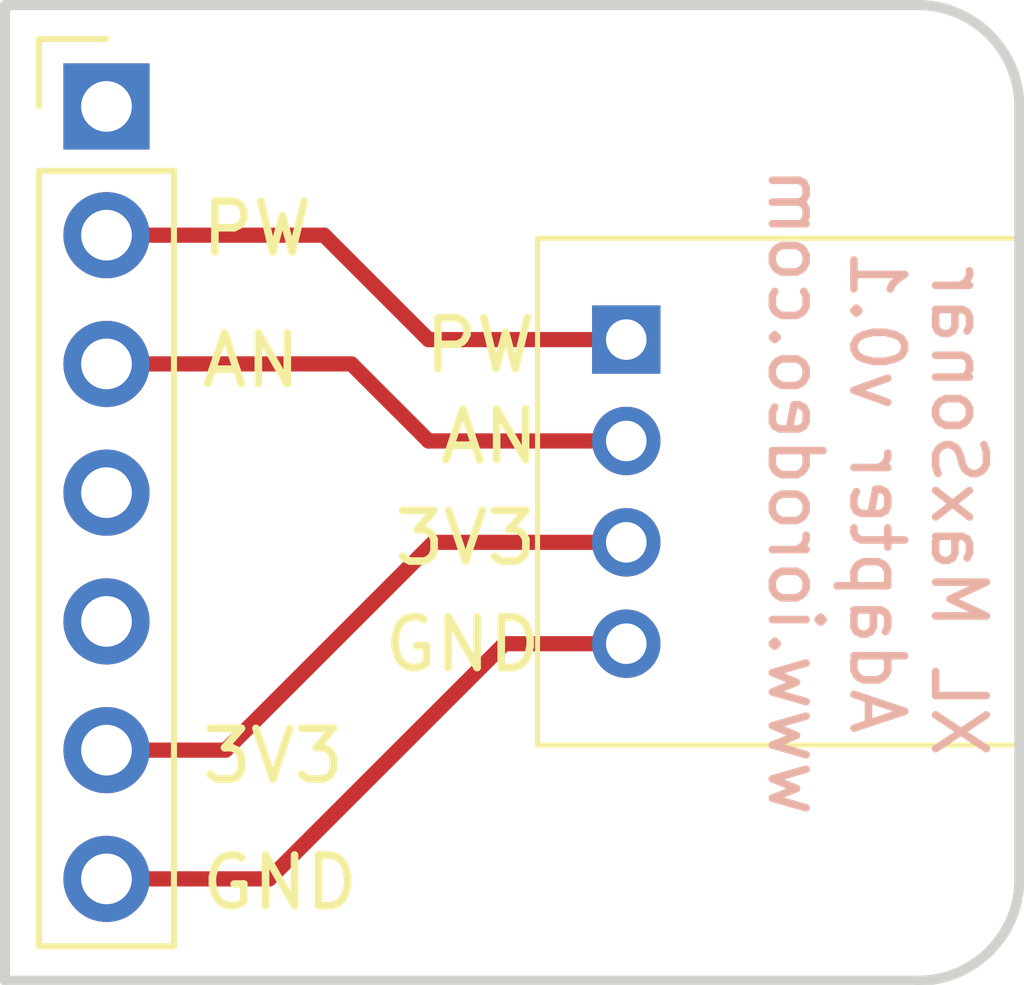
<source format=kicad_pcb>
(kicad_pcb (version 20221018) (generator pcbnew)
  (layers (0 "F.Cu" signal) (31 "B.Cu" signal) (34 "B.Paste" user) (35 "F.Paste" user) (36 "B.SilkS" user "B.Silkscreen") (37 "F.SilkS" user "F.Silkscreen") (38 "B.Mask" user) (39 "F.Mask" user) (44 "Edge.Cuts" user))
  (net 0 "")
  (net 2 "/PW")
  (net 3 "/AN")
  (net 6 "/3V3")
  (net 7 "/GND")
  (footprint "grove_2mm_4pin_ra:grove_2mm_4pin_ra" (layer "F.Cu") (at 62.25 56.6)
    (fp_text reference "J2" hide)
    (fp_text value "Conn_01x04" hide)
    (fp_line (start -1.75 -2) (end -1.75 8) (stroke (width 0.1)) (layer "F.SilkS"))
    (fp_line (start -1.75 -2) (end 7.75 -2) (stroke (width 0.1)) (layer "F.SilkS"))
    (fp_line (start -1.75 8) (end 7.75 8) (stroke (width 0.1)) (layer "F.SilkS"))
    (fp_line (start 7.75 -2) (end 7.75 8) (stroke (width 0.1)) (layer "F.SilkS"))
    (pad "1" thru_hole rect (at 0 0) (size 1.35 1.35) (drill 0.8) (layers "*.Cu" "*.Mask") (net 2 "/PW"))
    (pad "2" thru_hole circle (at 0 2) (size 1.35 1.35) (drill 0.8) (layers "*.Cu" "*.Mask") (net 3 "/AN"))
    (pad "3" thru_hole circle (at 0 4) (size 1.35 1.35) (drill 0.8) (layers "*.Cu" "*.Mask") (net 6 "/3V3"))
    (pad "4" thru_hole circle (at 0 6) (size 1.35 1.35) (drill 0.8) (layers "*.Cu" "*.Mask") (net 7 "/GND"))
  )
  (footprint "Connector_PinHeader_2.54mm:PinHeader_1x07_P2.54mm_Vertical" (layer "F.Cu") (at 52 52)
    (fp_text reference "J1" hide)
    (fp_text value "Conn_01x07" hide)
    (fp_line (start -1.33 -1.33) (end 0 -1.33) (stroke (width 0.12)) (layer "F.SilkS"))
    (fp_line (start -1.33 0) (end -1.33 -1.33) (stroke (width 0.12)) (layer "F.SilkS"))
    (fp_line (start -1.33 1.27) (end -1.33 16.57) (stroke (width 0.12)) (layer "F.SilkS"))
    (fp_line (start -1.33 1.27) (end 1.33 1.27) (stroke (width 0.12)) (layer "F.SilkS"))
    (fp_line (start -1.33 16.57) (end 1.33 16.57) (stroke (width 0.12)) (layer "F.SilkS"))
    (fp_line (start 1.33 1.27) (end 1.33 16.57) (stroke (width 0.12)) (layer "F.SilkS"))
    (pad "1" thru_hole rect (at 0 0) (size 1.7 1.7) (drill 1) (layers "*.Cu" "*.Mask"))
    (pad "2" thru_hole oval (at 0 2.54) (size 1.7 1.7) (drill 1) (layers "*.Cu" "*.Mask") (net 2 "/PW"))
    (pad "3" thru_hole oval (at 0 5.08) (size 1.7 1.7) (drill 1) (layers "*.Cu" "*.Mask") (net 3 "/AN"))
    (pad "4" thru_hole oval (at 0 7.62) (size 1.7 1.7) (drill 1) (layers "*.Cu" "*.Mask"))
    (pad "5" thru_hole oval (at 0 10.16) (size 1.7 1.7) (drill 1) (layers "*.Cu" "*.Mask"))
    (pad "6" thru_hole oval (at 0 12.7) (size 1.7 1.7) (drill 1) (layers "*.Cu" "*.Mask") (net 6 "/3V3"))
    (pad "7" thru_hole oval (at 0 15.24) (size 1.7 1.7) (drill 1) (layers "*.Cu" "*.Mask") (net 7 "/GND"))
  )
  (gr_arc (start 70 67.25) (mid 69.414214 68.664214) (end 68 69.25) (stroke (width 0.2)) (layer "Edge.Cuts"))
  (gr_line (start 70 52) (end 70 67.25) (stroke (width 0.2)) (layer "Edge.Cuts"))
  (gr_line (start 68 69.25) (end 50 69.25) (stroke (width 0.2)) (layer "Edge.Cuts"))
  (gr_arc (start 68 50) (mid 69.414214 50.585786) (end 70 52) (stroke (width 0.2)) (layer "Edge.Cuts"))
  (gr_line (start 50 50) (end 68 50) (stroke (width 0.2)) (layer "Edge.Cuts"))
  (gr_line (start 50 50) (end 50 69.25) (stroke (width 0.2)) (layer "Edge.Cuts"))
  (gr_text "XL MaxSonar \nAdapter v0.1\nwww.iorodeo.com" (at 65 59.6 270) (layer "B.SilkS") (effects (font (size 1 1)) (justify bottom mirror)))
  (gr_text "GND" (at 57.4 63.2) (layer "F.SilkS") (effects (font (size 1 1)) (justify left bottom)))
  (gr_text "AN" (at 53.8 57.6) (layer "F.SilkS") (effects (font (size 1 1)) (justify left bottom)))
  (gr_text "3V3" (at 53.8 65.4) (layer "F.SilkS") (effects (font (size 1 1)) (justify left bottom)))
  (gr_text "PW" (at 58.2 57.3) (layer "F.SilkS") (effects (font (size 1 1)) (justify left bottom)))
  (gr_text "PW" (at 53.8 55) (layer "F.SilkS") (effects (font (size 1 1)) (justify left bottom)))
  (gr_text "3V3" (at 57.6 61.1) (layer "F.SilkS") (effects (font (size 1 1)) (justify left bottom)))
  (gr_text "AN" (at 58.5 59.1) (layer "F.SilkS") (effects (font (size 1 1)) (justify left bottom)))
  (gr_text "GND" (at 53.8 67.9) (layer "F.SilkS") (effects (font (size 1 1)) (justify left bottom)))
  (segment (start 56.29 54.54) (end 58.35 56.6) (width 0.3) (layer "F.Cu") (net 2))
  (segment (start 58.35 56.6) (end 62.25 56.6) (width 0.3) (layer "F.Cu") (net 2))
  (segment (start 52 54.54) (end 56.29 54.54) (width 0.3) (layer "F.Cu") (net 2))
  (segment (start 52 57.08) (end 56.83 57.08) (width 0.3) (layer "F.Cu") (net 3))
  (segment (start 56.83 57.08) (end 58.35 58.6) (width 0.3) (layer "F.Cu") (net 3))
  (segment (start 58.35 58.6) (end 62.25 58.6) (width 0.3) (layer "F.Cu") (net 3))
  (segment (start 52 64.7) (end 54.35 64.7) (width 0.3) (layer "F.Cu") (net 6))
  (segment (start 54.35 64.7) (end 58.45 60.6) (width 0.3) (layer "F.Cu") (net 6))
  (segment (start 58.45 60.6) (end 62.25 60.6) (width 0.3) (layer "F.Cu") (net 6))
  (segment (start 52 67.24) (end 55.21 67.24) (width 0.3) (layer "F.Cu") (net 7))
  (segment (start 55.21 67.24) (end 59.85 62.6) (width 0.3) (layer "F.Cu") (net 7))
  (segment (start 59.85 62.6) (end 62.25 62.6) (width 0.3) (layer "F.Cu") (net 7))
)
</source>
